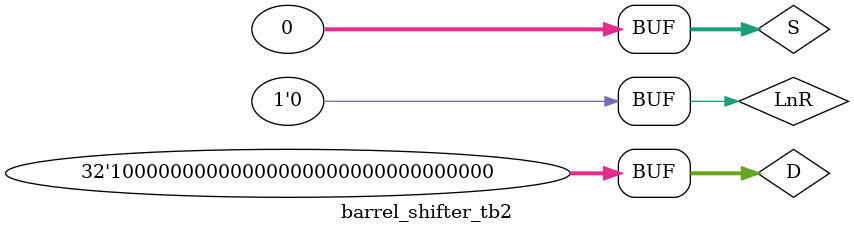
<source format=v>
`timescale 1ns/1ps

module barrel_shifter_tb2;
   reg [31:0] D;
   reg [31:0] S;
   reg  LnR;   
      
   wire [31:0] Y;      
  
   SHIFT32 shift32(.Y(Y), .D(D), .S(S), .LnR(LnR));   
   
   
   initial
     begin
	S = 32'h0;
	D = 32'h1;
	LnR = 1'b1;
	
	#5 S = 32'h1;
	#5 S = 32'h2;
	#5 S = 32'h3;
	#5 S = 32'h4;
	#5 S = 32'h5;
	#5 S = 32'h6;
	#5 S = 32'h7;
	#5 S = 32'h8;
	#5 S = 32'h9;
	#5 S = 32'ha;
	#5 S = 32'hb;
	#5 S = 32'hc;
	#5 S = 32'hd;
	#5 S = 32'he;
	#5 S = 32'hf;
	#5 S = 32'h10;
	#5 S = 32'h11;
	#5 S = 32'h12;
	#5 S = 32'h13;
	#5 S = 32'h14;
	#5 S = 32'h15;
	#5 S = 32'h16;
	#5 S = 32'h17;
	#5 S = 32'h18;
	#5 S = 32'h19;
	#5 S = 32'h1a;
	#5 S = 32'h1b;
	#5 S = 32'h1c;
	#5 S = 32'h1d;
	#5 S = 32'h1e;
	#5 S = 32'h1f;
	#5 S = 32'h0;

	D = 32'h8000_0000;
	LnR = 1'b0;
	
	#5 S = 32'h1;
	#5 S = 32'h2;
	#5 S = 32'h3;
	#5 S = 32'h4;
	#5 S = 32'h5;
	#5 S = 32'h6;
	#5 S = 32'h7;
	#5 S = 32'h8;
	#5 S = 32'h9;
	#5 S = 32'ha;
	#5 S = 32'hb;
	#5 S = 32'hc;
	#5 S = 32'hd;
	#5 S = 32'he;
	#5 S = 32'hf;
	#5 S = 32'h10;
	#5 S = 32'h11;
	#5 S = 32'h12;
	#5 S = 32'h13;
	#5 S = 32'h14;
	#5 S = 32'h15;
	#5 S = 32'h16;
	#5 S = 32'h17;
	#5 S = 32'h18;
	#5 S = 32'h19;
	#5 S = 32'h1a;
	#5 S = 32'h1b;
	#5 S = 32'h1c;
	#5 S = 32'h1d;
	#5 S = 32'h1e;
	#5 S = 32'h1f;
	#5 S = 32'h0;

	#5 S = 32'h5f;
	#5 S = 32'h7f;
	#5 S = 32'hfff_ffe2;
	#5 S = 32'h0;
	

     end

endmodule

</source>
